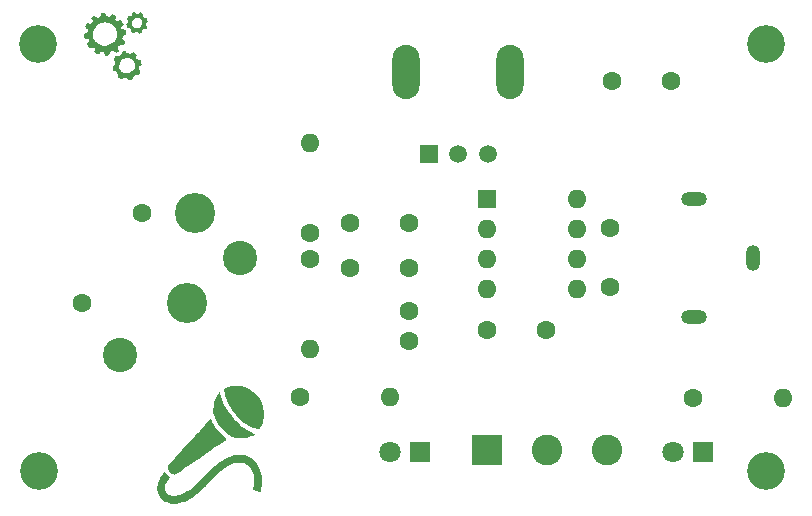
<source format=gts>
%TF.GenerationSoftware,KiCad,Pcbnew,(6.0.7-1)-1*%
%TF.CreationDate,2022-08-15T15:43:10-06:00*%
%TF.ProjectId,mic_preamp,6d69635f-7072-4656-916d-702e6b696361,1*%
%TF.SameCoordinates,Original*%
%TF.FileFunction,Soldermask,Top*%
%TF.FilePolarity,Negative*%
%FSLAX46Y46*%
G04 Gerber Fmt 4.6, Leading zero omitted, Abs format (unit mm)*
G04 Created by KiCad (PCBNEW (6.0.7-1)-1) date 2022-08-15 15:43:10*
%MOMM*%
%LPD*%
G01*
G04 APERTURE LIST*
%ADD10C,3.200000*%
%ADD11C,1.600000*%
%ADD12O,1.600000X1.600000*%
%ADD13O,2.300000X4.600000*%
%ADD14R,1.508000X1.508000*%
%ADD15C,1.508000*%
%ADD16O,2.200000X1.200000*%
%ADD17O,1.200000X2.200000*%
%ADD18C,3.400000*%
%ADD19C,2.900000*%
%ADD20R,2.600000X2.600000*%
%ADD21C,2.600000*%
%ADD22R,1.800000X1.800000*%
%ADD23C,1.800000*%
%ADD24R,1.600000X1.600000*%
G04 APERTURE END LIST*
G36*
X113445690Y-79463333D02*
G01*
X113597589Y-79410974D01*
X113614421Y-79332487D01*
X113628088Y-79260087D01*
X113630314Y-79209418D01*
X113618451Y-79171434D01*
X113589853Y-79137087D01*
X113546702Y-79101091D01*
X113497056Y-79057261D01*
X113454194Y-79010660D01*
X113431634Y-78978389D01*
X113401116Y-78921722D01*
X113462442Y-78784092D01*
X113490042Y-78723740D01*
X113513440Y-78675497D01*
X113529274Y-78646155D01*
X113533497Y-78640559D01*
X113552432Y-78640842D01*
X113595410Y-78646417D01*
X113655096Y-78656239D01*
X113695274Y-78663621D01*
X113761236Y-78674996D01*
X113814738Y-78681983D01*
X113848509Y-78683755D01*
X113856259Y-78681989D01*
X113870158Y-78665553D01*
X113899212Y-78631219D01*
X113937894Y-78585519D01*
X113950244Y-78570931D01*
X114035291Y-78470470D01*
X113978051Y-78322853D01*
X113920812Y-78175236D01*
X113964092Y-78139274D01*
X114001202Y-78110347D01*
X114052020Y-78073052D01*
X114091385Y-78045305D01*
X114175397Y-77987299D01*
X114243433Y-78044004D01*
X114295060Y-78087116D01*
X114347497Y-78131028D01*
X114367486Y-78147813D01*
X114423503Y-78194916D01*
X114695589Y-78091698D01*
X114719596Y-77938490D01*
X114730652Y-77872189D01*
X114740819Y-77818750D01*
X114748649Y-77785421D01*
X114751607Y-77778107D01*
X114770037Y-77773926D01*
X114813023Y-77768562D01*
X114873170Y-77762856D01*
X114912895Y-77759731D01*
X115066181Y-77748529D01*
X115107194Y-77841845D01*
X115132656Y-77902465D01*
X115155380Y-77961100D01*
X115166716Y-77993665D01*
X115178219Y-78024960D01*
X115193547Y-78044130D01*
X115220982Y-78056225D01*
X115268805Y-78066296D01*
X115292518Y-78070384D01*
X115351029Y-78080778D01*
X115399154Y-78090155D01*
X115425290Y-78096181D01*
X115448161Y-78088288D01*
X115485108Y-78054470D01*
X115536985Y-77993910D01*
X115550587Y-77976791D01*
X115650404Y-77849817D01*
X115709165Y-77874322D01*
X115814794Y-77921710D01*
X115892286Y-77964502D01*
X115944822Y-78004718D01*
X115974888Y-78043068D01*
X115989098Y-78072423D01*
X115995850Y-78099707D01*
X115995419Y-78134188D01*
X115988083Y-78185135D01*
X115980397Y-78227921D01*
X115956421Y-78358024D01*
X116104419Y-78482818D01*
X116240269Y-78430077D01*
X116302263Y-78406599D01*
X116353585Y-78388253D01*
X116386489Y-78377760D01*
X116393322Y-78376318D01*
X116409124Y-78388305D01*
X116438053Y-78421308D01*
X116475792Y-78469500D01*
X116518026Y-78527056D01*
X116560440Y-78588151D01*
X116598718Y-78646959D01*
X116619863Y-78682115D01*
X116653615Y-78740852D01*
X116549618Y-78862250D01*
X116445620Y-78983648D01*
X116471820Y-79062527D01*
X116483276Y-79096691D01*
X116494690Y-79120390D01*
X116511892Y-79136640D01*
X116540709Y-79148457D01*
X116586969Y-79158860D01*
X116656502Y-79170865D01*
X116692781Y-79176899D01*
X116751206Y-79187810D01*
X116787018Y-79199593D01*
X116809341Y-79217291D01*
X116827299Y-79245947D01*
X116831132Y-79253361D01*
X116848633Y-79303427D01*
X116863837Y-79377222D01*
X116875040Y-79466472D01*
X116875067Y-79466765D01*
X116889247Y-79621845D01*
X116736900Y-79676296D01*
X116584554Y-79730747D01*
X116573038Y-79801259D01*
X116563860Y-79855979D01*
X116555288Y-79904798D01*
X116553456Y-79914738D01*
X116552535Y-79939709D01*
X116563364Y-79963482D01*
X116590697Y-79992628D01*
X116639289Y-80033715D01*
X116639945Y-80034246D01*
X116690461Y-80079959D01*
X116733326Y-80127322D01*
X116759547Y-80166357D01*
X116760103Y-80167562D01*
X116771399Y-80194827D01*
X116775650Y-80218263D01*
X116771312Y-80245482D01*
X116756839Y-80284096D01*
X116730685Y-80341717D01*
X116720186Y-80364154D01*
X116691068Y-80423889D01*
X116666103Y-80470708D01*
X116648747Y-80498349D01*
X116643433Y-80503124D01*
X116623732Y-80499886D01*
X116580209Y-80491902D01*
X116520453Y-80480579D01*
X116485155Y-80473775D01*
X116338111Y-80445271D01*
X116249081Y-80553493D01*
X116209061Y-80603686D01*
X116178365Y-80645130D01*
X116161718Y-80671316D01*
X116160050Y-80676117D01*
X116165577Y-80696499D01*
X116180394Y-80739145D01*
X116201857Y-80796615D01*
X116214487Y-80829183D01*
X116268925Y-80967847D01*
X116157527Y-81048871D01*
X116104311Y-81086772D01*
X116059395Y-81117300D01*
X116030190Y-81135467D01*
X116025069Y-81137976D01*
X116004589Y-81131612D01*
X115966821Y-81107889D01*
X115918093Y-81071056D01*
X115887718Y-81045720D01*
X115771426Y-80945382D01*
X115633634Y-80994078D01*
X115495841Y-81042775D01*
X115469809Y-81198197D01*
X115458187Y-81264725D01*
X115447932Y-81318256D01*
X115440451Y-81351711D01*
X115437799Y-81359290D01*
X115420295Y-81362821D01*
X115378076Y-81367703D01*
X115318368Y-81373167D01*
X115277020Y-81376414D01*
X115122220Y-81387866D01*
X115091155Y-81326038D01*
X115067503Y-81273238D01*
X115042703Y-81209343D01*
X115032223Y-81179041D01*
X115017886Y-81136342D01*
X115004033Y-81108366D01*
X114983742Y-81090471D01*
X114950093Y-81078016D01*
X114896164Y-81066358D01*
X114851596Y-81057891D01*
X114735518Y-81035839D01*
X114637983Y-81158026D01*
X114595420Y-81210091D01*
X114559977Y-81251111D01*
X114536456Y-81275654D01*
X114529991Y-81280214D01*
X114511718Y-81274078D01*
X114471298Y-81257606D01*
X114415725Y-81233703D01*
X114381523Y-81218569D01*
X114311502Y-81185539D01*
X114264571Y-81158097D01*
X114233611Y-81131241D01*
X114211506Y-81099966D01*
X114210655Y-81098464D01*
X114192925Y-81063578D01*
X114185933Y-81033955D01*
X114188867Y-80997401D01*
X114200369Y-80944041D01*
X114212613Y-80886365D01*
X114220912Y-80836538D01*
X114223190Y-80811841D01*
X114211143Y-80778659D01*
X114180544Y-80738393D01*
X114140256Y-80700484D01*
X114099143Y-80674373D01*
X114091215Y-80671265D01*
X114064294Y-80672433D01*
X114016259Y-80683636D01*
X113955589Y-80702719D01*
X113927300Y-80712971D01*
X113857130Y-80737959D01*
X113810512Y-80750460D01*
X113782031Y-80751612D01*
X113769740Y-80746073D01*
X113745178Y-80719519D01*
X113711738Y-80675254D01*
X113673355Y-80619539D01*
X113633962Y-80558634D01*
X113597495Y-80498799D01*
X113567889Y-80446294D01*
X113549077Y-80407380D01*
X113544943Y-80388401D01*
X113560575Y-80367701D01*
X113591907Y-80329922D01*
X113633277Y-80281826D01*
X113651835Y-80260685D01*
X113746541Y-80153443D01*
X113718068Y-80076627D01*
X113701366Y-80032178D01*
X113689727Y-80002338D01*
X113686694Y-79995405D01*
X113670710Y-79991053D01*
X113630474Y-79983185D01*
X113573363Y-79973200D01*
X113546079Y-79968705D01*
X113481902Y-79957485D01*
X113429402Y-79946769D01*
X113396973Y-79938329D01*
X113391655Y-79936085D01*
X113363370Y-79902854D01*
X113339726Y-79844481D01*
X113323245Y-79767766D01*
X113320235Y-79743713D01*
X113313025Y-79677783D01*
X113305654Y-79613148D01*
X113301903Y-79581696D01*
X113295985Y-79533536D01*
X114070246Y-79533536D01*
X114070707Y-79695803D01*
X114098974Y-79856437D01*
X114156485Y-80011932D01*
X114160534Y-80020283D01*
X114234749Y-80138435D01*
X114335146Y-80249000D01*
X114456101Y-80347989D01*
X114591989Y-80431415D01*
X114737185Y-80495292D01*
X114886066Y-80535632D01*
X114887960Y-80535976D01*
X114966756Y-80543980D01*
X115064015Y-80544816D01*
X115167281Y-80539173D01*
X115264098Y-80527743D01*
X115342010Y-80511216D01*
X115343793Y-80510688D01*
X115513182Y-80444301D01*
X115665190Y-80353089D01*
X115797692Y-80239862D01*
X115908564Y-80107426D01*
X115995684Y-79958589D01*
X116056928Y-79796160D01*
X116090172Y-79622945D01*
X116095793Y-79516446D01*
X116085001Y-79352786D01*
X116050699Y-79207583D01*
X115990944Y-79075641D01*
X115903794Y-78951763D01*
X115870430Y-78913661D01*
X115737185Y-78790976D01*
X115588532Y-78694974D01*
X115427890Y-78626454D01*
X115258679Y-78586211D01*
X115084319Y-78575042D01*
X114908231Y-78593745D01*
X114733833Y-78643116D01*
X114724542Y-78646666D01*
X114570705Y-78722127D01*
X114434589Y-78820513D01*
X114317635Y-78938316D01*
X114221283Y-79072028D01*
X114146974Y-79218141D01*
X114096148Y-79373146D01*
X114070246Y-79533536D01*
X113295985Y-79533536D01*
X113293792Y-79515692D01*
X113445690Y-79463333D01*
G37*
G36*
X115794824Y-82239695D02*
G01*
X115851854Y-82202041D01*
X115890447Y-82171568D01*
X115914778Y-82143107D01*
X115929027Y-82111491D01*
X115937370Y-82071552D01*
X115943984Y-82018123D01*
X115945543Y-82004717D01*
X115950219Y-81950687D01*
X115946118Y-81914461D01*
X115929854Y-81882290D01*
X115908255Y-81853338D01*
X115873105Y-81804905D01*
X115842714Y-81756946D01*
X115835338Y-81743471D01*
X115824815Y-81720750D01*
X115821410Y-81700514D01*
X115827287Y-81676252D01*
X115844611Y-81641455D01*
X115875546Y-81589611D01*
X115899183Y-81551410D01*
X115936190Y-81491978D01*
X115966593Y-81443519D01*
X115986673Y-81411938D01*
X115992726Y-81402875D01*
X116009397Y-81403556D01*
X116049379Y-81410191D01*
X116104819Y-81421433D01*
X116119124Y-81424571D01*
X116240827Y-81451647D01*
X116324478Y-81393356D01*
X116373348Y-81359043D01*
X116414980Y-81329360D01*
X116436311Y-81313750D01*
X116456093Y-81283801D01*
X116471528Y-81225914D01*
X116479071Y-81176344D01*
X116487908Y-81117991D01*
X116497597Y-81072504D01*
X116506179Y-81048918D01*
X116506906Y-81048107D01*
X116528030Y-81039058D01*
X116571781Y-81026220D01*
X116629406Y-81012113D01*
X116640201Y-81009716D01*
X116702894Y-80995810D01*
X116756812Y-80983498D01*
X116791320Y-80975213D01*
X116793605Y-80974618D01*
X116813975Y-80974751D01*
X116835667Y-80989611D01*
X116863639Y-81023893D01*
X116895647Y-81071173D01*
X116935642Y-81126794D01*
X116971690Y-81166439D01*
X116998230Y-81183997D01*
X116998323Y-81184018D01*
X117031890Y-81190617D01*
X117084448Y-81200184D01*
X117133046Y-81208656D01*
X117233767Y-81225855D01*
X117333456Y-81146531D01*
X117433144Y-81067206D01*
X117580055Y-81157705D01*
X117655678Y-81206151D01*
X117706529Y-81245882D01*
X117736069Y-81283264D01*
X117747761Y-81324662D01*
X117745067Y-81376443D01*
X117732867Y-81438683D01*
X117708694Y-81546440D01*
X117768055Y-81632629D01*
X117802737Y-81680174D01*
X117830594Y-81707364D01*
X117861425Y-81721196D01*
X117902019Y-81728291D01*
X117973092Y-81736843D01*
X118024266Y-81744738D01*
X118059954Y-81756766D01*
X118084568Y-81777716D01*
X118102522Y-81812378D01*
X118118227Y-81865541D01*
X118136096Y-81941994D01*
X118148462Y-81995775D01*
X118188465Y-82167166D01*
X118082649Y-82235851D01*
X117976833Y-82304537D01*
X117934661Y-82540241D01*
X117998818Y-82616327D01*
X118041422Y-82669805D01*
X118066128Y-82713089D01*
X118072813Y-82753723D01*
X118061351Y-82799251D01*
X118031619Y-82857216D01*
X117993822Y-82918837D01*
X117903693Y-83061678D01*
X117812117Y-83039790D01*
X117738144Y-83024268D01*
X117683232Y-83020974D01*
X117636010Y-83032218D01*
X117585103Y-83060308D01*
X117534472Y-83096175D01*
X117428428Y-83174479D01*
X117417066Y-83295722D01*
X117410542Y-83357495D01*
X117403321Y-83394573D01*
X117392419Y-83414189D01*
X117374852Y-83423576D01*
X117363060Y-83426599D01*
X117324161Y-83435546D01*
X117268284Y-83448577D01*
X117224385Y-83458899D01*
X117168235Y-83472086D01*
X117121570Y-83482932D01*
X117099434Y-83487978D01*
X117078254Y-83483011D01*
X117051146Y-83457189D01*
X117014720Y-83407006D01*
X117001487Y-83386705D01*
X116932461Y-83279018D01*
X116800740Y-83258854D01*
X116741814Y-83250106D01*
X116698777Y-83246891D01*
X116663718Y-83251836D01*
X116628727Y-83267567D01*
X116585895Y-83296708D01*
X116527310Y-83341885D01*
X116510158Y-83355302D01*
X116490302Y-83369976D01*
X116472454Y-83377343D01*
X116451213Y-83375557D01*
X116421175Y-83362775D01*
X116376938Y-83337152D01*
X116313099Y-83296844D01*
X116283618Y-83277959D01*
X116216381Y-83231240D01*
X116174672Y-83189830D01*
X116154899Y-83145745D01*
X116153469Y-83091003D01*
X116166680Y-83018111D01*
X116190650Y-82913023D01*
X116132375Y-82828411D01*
X116101749Y-82785990D01*
X116074772Y-82758359D01*
X116042966Y-82741296D01*
X115997849Y-82730578D01*
X115930941Y-82721986D01*
X115915098Y-82720248D01*
X115861096Y-82712617D01*
X115829949Y-82701688D01*
X115812517Y-82683064D01*
X115805243Y-82667390D01*
X115795152Y-82636171D01*
X115781258Y-82585769D01*
X115765304Y-82523491D01*
X115749032Y-82456647D01*
X115734186Y-82392544D01*
X115722508Y-82338491D01*
X115715740Y-82301797D01*
X115715381Y-82294063D01*
X116281300Y-82294063D01*
X116303784Y-82425074D01*
X116356451Y-82545693D01*
X116439072Y-82655189D01*
X116447382Y-82663871D01*
X116557105Y-82754684D01*
X116682022Y-82820033D01*
X116816863Y-82858421D01*
X116956359Y-82868350D01*
X117095242Y-82848323D01*
X117095785Y-82848181D01*
X117229401Y-82798572D01*
X117346272Y-82725903D01*
X117444452Y-82633976D01*
X117521993Y-82526588D01*
X117576951Y-82407540D01*
X117607377Y-82280629D01*
X117611327Y-82149654D01*
X117586852Y-82018416D01*
X117559029Y-81944034D01*
X117499261Y-81845508D01*
X117414010Y-81753974D01*
X117309791Y-81675666D01*
X117236526Y-81635549D01*
X117184669Y-81612148D01*
X117141642Y-81597195D01*
X117097358Y-81588819D01*
X117041729Y-81585148D01*
X116964669Y-81584311D01*
X116960302Y-81584310D01*
X116881973Y-81585059D01*
X116825554Y-81588553D01*
X116780959Y-81596663D01*
X116738101Y-81611261D01*
X116686891Y-81634218D01*
X116684079Y-81635549D01*
X116555152Y-81713176D01*
X116448347Y-81812214D01*
X116365852Y-81929791D01*
X116309856Y-82063037D01*
X116289224Y-82153395D01*
X116281300Y-82294063D01*
X115715381Y-82294063D01*
X115715178Y-82289696D01*
X115794824Y-82239695D01*
G37*
G36*
X117024119Y-78579107D02*
G01*
X117029932Y-78534085D01*
X117034560Y-78479998D01*
X117031670Y-78443866D01*
X117017215Y-78412832D01*
X116987150Y-78374042D01*
X116975029Y-78359619D01*
X116909957Y-78282447D01*
X116971141Y-78169123D01*
X117001412Y-78113686D01*
X117024982Y-78079985D01*
X117050375Y-78064318D01*
X117086116Y-78062982D01*
X117140730Y-78072277D01*
X117177205Y-78079638D01*
X117212062Y-78072058D01*
X117263433Y-78038282D01*
X117293242Y-78013455D01*
X117337197Y-77973687D01*
X117362088Y-77944262D01*
X117373328Y-77914893D01*
X117376328Y-77875293D01*
X117376433Y-77855340D01*
X117376433Y-77770000D01*
X117496027Y-77729790D01*
X117615620Y-77689581D01*
X117681575Y-77768357D01*
X117718387Y-77810894D01*
X117746351Y-77834457D01*
X117777123Y-77844650D01*
X117822359Y-77847079D01*
X117845396Y-77847133D01*
X117901928Y-77845547D01*
X117939431Y-77837544D01*
X117970849Y-77818254D01*
X118004598Y-77787240D01*
X118065934Y-77727348D01*
X118185712Y-77789007D01*
X118242627Y-77820498D01*
X118288558Y-77849972D01*
X118315737Y-77872312D01*
X118319100Y-77876909D01*
X118324779Y-77906968D01*
X118324553Y-77955495D01*
X118321284Y-77989542D01*
X118316058Y-78041678D01*
X118320026Y-78075756D01*
X118336608Y-78105205D01*
X118356965Y-78129586D01*
X118389071Y-78161899D01*
X118420110Y-78177811D01*
X118463803Y-78182945D01*
X118487961Y-78183239D01*
X118539299Y-78186075D01*
X118576629Y-78198036D01*
X118604966Y-78224303D01*
X118629325Y-78270054D01*
X118654721Y-78340468D01*
X118661942Y-78362918D01*
X118701144Y-78486363D01*
X118642979Y-78529250D01*
X118591475Y-78570454D01*
X118561831Y-78606206D01*
X118548219Y-78647112D01*
X118544809Y-78703782D01*
X118544801Y-78707918D01*
X118547762Y-78764101D01*
X118560645Y-78804788D01*
X118589453Y-78846255D01*
X118600819Y-78859788D01*
X118632205Y-78899150D01*
X118652532Y-78929815D01*
X118656837Y-78940820D01*
X118649490Y-78961611D01*
X118630144Y-79001765D01*
X118602840Y-79052946D01*
X118600208Y-79057667D01*
X118543580Y-79158928D01*
X118451932Y-79149349D01*
X118398624Y-79145192D01*
X118362681Y-79149496D01*
X118330213Y-79166533D01*
X118288491Y-79199605D01*
X118248020Y-79235547D01*
X118225517Y-79265853D01*
X118214461Y-79303334D01*
X118208695Y-79356345D01*
X118200693Y-79453249D01*
X118080655Y-79490152D01*
X118024234Y-79507493D01*
X117981743Y-79520543D01*
X117960584Y-79527029D01*
X117959494Y-79527359D01*
X117949826Y-79516339D01*
X117926546Y-79488013D01*
X117911479Y-79469375D01*
X117881270Y-79431218D01*
X117859451Y-79402563D01*
X117854601Y-79395671D01*
X117834539Y-79386531D01*
X117792113Y-79377965D01*
X117742566Y-79372385D01*
X117686414Y-79368966D01*
X117650786Y-79371934D01*
X117624320Y-79384881D01*
X117595652Y-79411398D01*
X117585360Y-79422081D01*
X117549235Y-79455568D01*
X117519062Y-79476327D01*
X117508699Y-79479647D01*
X117476947Y-79471345D01*
X117428345Y-79449686D01*
X117372358Y-79419536D01*
X117318451Y-79385765D01*
X117298591Y-79371585D01*
X117268702Y-79347565D01*
X117253703Y-79326014D01*
X117250080Y-79296032D01*
X117254319Y-79246722D01*
X117255358Y-79237493D01*
X117260038Y-79182403D01*
X117256567Y-79146034D01*
X117242010Y-79115529D01*
X117221165Y-79087647D01*
X117192904Y-79055501D01*
X117166299Y-79038738D01*
X117129302Y-79032400D01*
X117084710Y-79031506D01*
X117036175Y-79029770D01*
X117001259Y-79021148D01*
X116975128Y-79000524D01*
X116952949Y-78962777D01*
X116929887Y-78902790D01*
X116911796Y-78848409D01*
X116875644Y-78737335D01*
X116937979Y-78684596D01*
X116975313Y-78654448D01*
X117002359Y-78635245D01*
X117010039Y-78631618D01*
X117011441Y-78628512D01*
X117342534Y-78628512D01*
X117347086Y-78704721D01*
X117358840Y-78771968D01*
X117368475Y-78802112D01*
X117420950Y-78888960D01*
X117497359Y-78962783D01*
X117590306Y-79017123D01*
X117632410Y-79032557D01*
X117698421Y-79043695D01*
X117779964Y-79045013D01*
X117862277Y-79037029D01*
X117924868Y-79022301D01*
X118012246Y-78977914D01*
X118094006Y-78909531D01*
X118161618Y-78825033D01*
X118187084Y-78779962D01*
X118221471Y-78678768D01*
X118231429Y-78572029D01*
X118217999Y-78467145D01*
X118182220Y-78371517D01*
X118125130Y-78292542D01*
X118117619Y-78285214D01*
X118026164Y-78220037D01*
X117921800Y-78180654D01*
X117810630Y-78167106D01*
X117698756Y-78179432D01*
X117592282Y-78217675D01*
X117498258Y-78281040D01*
X117417587Y-78371320D01*
X117366129Y-78474630D01*
X117343659Y-78591472D01*
X117342534Y-78628512D01*
X117011441Y-78628512D01*
X117016650Y-78616976D01*
X117024119Y-78579107D01*
G37*
G36*
X124041647Y-112109574D02*
G01*
X124051541Y-112129944D01*
X124054736Y-112138451D01*
X124068017Y-112171654D01*
X124089031Y-112218858D01*
X124115823Y-112276097D01*
X124146442Y-112339406D01*
X124178935Y-112404819D01*
X124211351Y-112468369D01*
X124241736Y-112526093D01*
X124268138Y-112574024D01*
X124275246Y-112586338D01*
X124403924Y-112791014D01*
X124545718Y-112989071D01*
X124697796Y-113176986D01*
X124857327Y-113351235D01*
X125002002Y-113490808D01*
X125056997Y-113539297D01*
X125118528Y-113591337D01*
X125182996Y-113644077D01*
X125246801Y-113694662D01*
X125306342Y-113740240D01*
X125358021Y-113777960D01*
X125398237Y-113804967D01*
X125399243Y-113805591D01*
X125420502Y-113821005D01*
X125430996Y-113833173D01*
X125431200Y-113835574D01*
X125422640Y-113842008D01*
X125397957Y-113859519D01*
X125357848Y-113887625D01*
X125303013Y-113925843D01*
X125234148Y-113973693D01*
X125151952Y-114030691D01*
X125057123Y-114096355D01*
X124950359Y-114170204D01*
X124832358Y-114251756D01*
X124703817Y-114340527D01*
X124565435Y-114436037D01*
X124417910Y-114537803D01*
X124261940Y-114645344D01*
X124098222Y-114758176D01*
X123927456Y-114875818D01*
X123750338Y-114997789D01*
X123567566Y-115123605D01*
X123379840Y-115252784D01*
X123231281Y-115354978D01*
X122999304Y-115514512D01*
X122783558Y-115662832D01*
X122583478Y-115800322D01*
X122398498Y-115927365D01*
X122228053Y-116044343D01*
X122071579Y-116151640D01*
X121928510Y-116249638D01*
X121798281Y-116338719D01*
X121680327Y-116419268D01*
X121574083Y-116491665D01*
X121478983Y-116556295D01*
X121394463Y-116613539D01*
X121319958Y-116663782D01*
X121254902Y-116707404D01*
X121198730Y-116744790D01*
X121150877Y-116776322D01*
X121110778Y-116802383D01*
X121077869Y-116823356D01*
X121051583Y-116839622D01*
X121031355Y-116851566D01*
X121016621Y-116859570D01*
X121006816Y-116864017D01*
X121001510Y-116865294D01*
X120974048Y-116862061D01*
X120936295Y-116854414D01*
X120904244Y-116846160D01*
X120788216Y-116804037D01*
X120687599Y-116748570D01*
X120602629Y-116680059D01*
X120533540Y-116598806D01*
X120480566Y-116505113D01*
X120443943Y-116399282D01*
X120423905Y-116281614D01*
X120420350Y-116224496D01*
X120417567Y-116135490D01*
X122222528Y-114120462D01*
X122378418Y-113946447D01*
X122530771Y-113776417D01*
X122679022Y-113611000D01*
X122822610Y-113450822D01*
X122960973Y-113296510D01*
X123093546Y-113148689D01*
X123219769Y-113007986D01*
X123339079Y-112875028D01*
X123450913Y-112750441D01*
X123554709Y-112634851D01*
X123649904Y-112528884D01*
X123735936Y-112433168D01*
X123812242Y-112348328D01*
X123878261Y-112274991D01*
X123933428Y-112213783D01*
X123977183Y-112165331D01*
X124008962Y-112130261D01*
X124028204Y-112109199D01*
X124034345Y-112102734D01*
X124041647Y-112109574D01*
G37*
G36*
X126259018Y-109325737D02*
G01*
X126349749Y-109328680D01*
X126433117Y-109333621D01*
X126503594Y-109340504D01*
X126506406Y-109340863D01*
X126715171Y-109377928D01*
X126917970Y-109433980D01*
X127113764Y-109508196D01*
X127301512Y-109599757D01*
X127480177Y-109707841D01*
X127648718Y-109831628D01*
X127806098Y-109970297D01*
X127951275Y-110123029D01*
X128083212Y-110289001D01*
X128200869Y-110467394D01*
X128303207Y-110657387D01*
X128372152Y-110814174D01*
X128442506Y-111017796D01*
X128494060Y-111226964D01*
X128526925Y-111439963D01*
X128541214Y-111655076D01*
X128537037Y-111870589D01*
X128514507Y-112084786D01*
X128473735Y-112295952D01*
X128414832Y-112502373D01*
X128337910Y-112702332D01*
X128243080Y-112894115D01*
X128236119Y-112906577D01*
X128181593Y-113003466D01*
X128100906Y-113005284D01*
X128049210Y-113004327D01*
X127993385Y-113000043D01*
X127948785Y-112993890D01*
X127776880Y-112952710D01*
X127601046Y-112892299D01*
X127422267Y-112813237D01*
X127241528Y-112716101D01*
X127059815Y-112601469D01*
X126878113Y-112469922D01*
X126697408Y-112322036D01*
X126518684Y-112158391D01*
X126507585Y-112147636D01*
X126331127Y-111967521D01*
X126163926Y-111779708D01*
X126006762Y-111585629D01*
X125860415Y-111386716D01*
X125725667Y-111184400D01*
X125603297Y-110980113D01*
X125494087Y-110775288D01*
X125398817Y-110571355D01*
X125318267Y-110369747D01*
X125253218Y-110171894D01*
X125204450Y-109979230D01*
X125172745Y-109793185D01*
X125161830Y-109679209D01*
X125154855Y-109571324D01*
X125209179Y-109543796D01*
X125320896Y-109493271D01*
X125447590Y-109446556D01*
X125583957Y-109405182D01*
X125724692Y-109370677D01*
X125864490Y-109344571D01*
X125933049Y-109335065D01*
X125997940Y-109329456D01*
X126077585Y-109326069D01*
X126166454Y-109324848D01*
X126259018Y-109325737D01*
G37*
G36*
X124776635Y-109892122D02*
G01*
X124784632Y-109911173D01*
X124794877Y-109945160D01*
X124805623Y-109985389D01*
X124876604Y-110223994D01*
X124965980Y-110466562D01*
X125072572Y-110711279D01*
X125195201Y-110956331D01*
X125332688Y-111199903D01*
X125483853Y-111440182D01*
X125647517Y-111675353D01*
X125822500Y-111903602D01*
X126007623Y-112123115D01*
X126201706Y-112332077D01*
X126403571Y-112528675D01*
X126535640Y-112646599D01*
X126712256Y-112792093D01*
X126892056Y-112927223D01*
X127072849Y-113050622D01*
X127252445Y-113160924D01*
X127428655Y-113256760D01*
X127599288Y-113336763D01*
X127714970Y-113382881D01*
X127757559Y-113398991D01*
X127792008Y-113412908D01*
X127814440Y-113423007D01*
X127821164Y-113427400D01*
X127812567Y-113435764D01*
X127788707Y-113451461D01*
X127752611Y-113472770D01*
X127707308Y-113497969D01*
X127655825Y-113525338D01*
X127601190Y-113553155D01*
X127591585Y-113557914D01*
X127423649Y-113631429D01*
X127244730Y-113692547D01*
X127061394Y-113739288D01*
X126894192Y-113767930D01*
X126844661Y-113772812D01*
X126781149Y-113776852D01*
X126708342Y-113779968D01*
X126630929Y-113782074D01*
X126553595Y-113783089D01*
X126481029Y-113782927D01*
X126417917Y-113781505D01*
X126368947Y-113778740D01*
X126356820Y-113777533D01*
X126224867Y-113759563D01*
X126109976Y-113737924D01*
X126008999Y-113711807D01*
X125918791Y-113680400D01*
X125838255Y-113643941D01*
X125703301Y-113569382D01*
X125571638Y-113484192D01*
X125440714Y-113386432D01*
X125307975Y-113274159D01*
X125170871Y-113145432D01*
X125131835Y-113106662D01*
X125035071Y-113007224D01*
X124950590Y-112915035D01*
X124874317Y-112825137D01*
X124802179Y-112732575D01*
X124730099Y-112632392D01*
X124673678Y-112549347D01*
X124576661Y-112397425D01*
X124492877Y-112252026D01*
X124419303Y-112107332D01*
X124352915Y-111957524D01*
X124310519Y-111850252D01*
X124288084Y-111782281D01*
X124271213Y-111710178D01*
X124259561Y-111630771D01*
X124252786Y-111540886D01*
X124250543Y-111437349D01*
X124252489Y-111316988D01*
X124252548Y-111315042D01*
X124265611Y-111112980D01*
X124292719Y-110922191D01*
X124334963Y-110738239D01*
X124393430Y-110556689D01*
X124469209Y-110373105D01*
X124499577Y-110308471D01*
X124522935Y-110262954D01*
X124552454Y-110209622D01*
X124586123Y-110151692D01*
X124621933Y-110092379D01*
X124657872Y-110034900D01*
X124691932Y-109982470D01*
X124722101Y-109938305D01*
X124746369Y-109905622D01*
X124762517Y-109887809D01*
X124769669Y-109885253D01*
X124776635Y-109892122D01*
G37*
G36*
X126598470Y-115178659D02*
G01*
X126783447Y-115197473D01*
X126962155Y-115234432D01*
X127134067Y-115289539D01*
X127298654Y-115362801D01*
X127455389Y-115454222D01*
X127603744Y-115563807D01*
X127705934Y-115654782D01*
X127837989Y-115795636D01*
X127955816Y-115951047D01*
X128059427Y-116121038D01*
X128148831Y-116305632D01*
X128224041Y-116504851D01*
X128285067Y-116718718D01*
X128331919Y-116947258D01*
X128338618Y-116988480D01*
X128346504Y-117054844D01*
X128352377Y-117137446D01*
X128356263Y-117232215D01*
X128358188Y-117335081D01*
X128358177Y-117441974D01*
X128356255Y-117548824D01*
X128352450Y-117651560D01*
X128346786Y-117746112D01*
X128339289Y-117828410D01*
X128333002Y-117876306D01*
X128323911Y-117931132D01*
X128312534Y-117993705D01*
X128299686Y-118060126D01*
X128286184Y-118126496D01*
X128272842Y-118188915D01*
X128260476Y-118243485D01*
X128249901Y-118286307D01*
X128241934Y-118313481D01*
X128241061Y-118315848D01*
X128237331Y-118320079D01*
X128228902Y-118321890D01*
X128213770Y-118320833D01*
X128189930Y-118316456D01*
X128155379Y-118308311D01*
X128108112Y-118295948D01*
X128046125Y-118278917D01*
X127967414Y-118256768D01*
X127928375Y-118245686D01*
X127852883Y-118224167D01*
X127783927Y-118204409D01*
X127723897Y-118187105D01*
X127675186Y-118172948D01*
X127640183Y-118162632D01*
X127621281Y-118156850D01*
X127618630Y-118155890D01*
X127619430Y-118145504D01*
X127624313Y-118119356D01*
X127632461Y-118081496D01*
X127642109Y-118039904D01*
X127683469Y-117833243D01*
X127708693Y-117628244D01*
X127717975Y-117426444D01*
X127711508Y-117229379D01*
X127689485Y-117038586D01*
X127652099Y-116855599D01*
X127599543Y-116681956D01*
X127532010Y-116519191D01*
X127449693Y-116368842D01*
X127427861Y-116334931D01*
X127384574Y-116276777D01*
X127329420Y-116213186D01*
X127267249Y-116148991D01*
X127202911Y-116089029D01*
X127141257Y-116038134D01*
X127102612Y-116010697D01*
X126976023Y-115940604D01*
X126840593Y-115888674D01*
X126696887Y-115854958D01*
X126545473Y-115839505D01*
X126386915Y-115842367D01*
X126221780Y-115863594D01*
X126050635Y-115903236D01*
X126014956Y-115913613D01*
X125829757Y-115977134D01*
X125643417Y-116056829D01*
X125455082Y-116153214D01*
X125263897Y-116266802D01*
X125069009Y-116398108D01*
X124869563Y-116547647D01*
X124664706Y-116715932D01*
X124621987Y-116752774D01*
X124556441Y-116811562D01*
X124480011Y-116883204D01*
X124395206Y-116965155D01*
X124304537Y-117054870D01*
X124210515Y-117149805D01*
X124115650Y-117247415D01*
X124022453Y-117345156D01*
X123933435Y-117440482D01*
X123851106Y-117530849D01*
X123820593Y-117565057D01*
X123721604Y-117674945D01*
X123617906Y-117786651D01*
X123512256Y-117897376D01*
X123407412Y-118004319D01*
X123306133Y-118104679D01*
X123211178Y-118195655D01*
X123125304Y-118274448D01*
X123098986Y-118297685D01*
X122870792Y-118488512D01*
X122646167Y-118659471D01*
X122424792Y-118810732D01*
X122206346Y-118942462D01*
X121990509Y-119054829D01*
X121776961Y-119148004D01*
X121565381Y-119222153D01*
X121355449Y-119277445D01*
X121172730Y-119310508D01*
X121113986Y-119316706D01*
X121041889Y-119320975D01*
X120961569Y-119323321D01*
X120878156Y-119323752D01*
X120796779Y-119322273D01*
X120722569Y-119318892D01*
X120660654Y-119313615D01*
X120633064Y-119309800D01*
X120465124Y-119272224D01*
X120307978Y-119218129D01*
X120162411Y-119148267D01*
X120029210Y-119063393D01*
X119909159Y-118964260D01*
X119803045Y-118851620D01*
X119711651Y-118726228D01*
X119635765Y-118588837D01*
X119576172Y-118440200D01*
X119533656Y-118281071D01*
X119527513Y-118249381D01*
X119519551Y-118190117D01*
X119514069Y-118117000D01*
X119511117Y-118035975D01*
X119510747Y-117952987D01*
X119513011Y-117873979D01*
X119517959Y-117804897D01*
X119523313Y-117764052D01*
X119566634Y-117570063D01*
X119629691Y-117380589D01*
X119712138Y-117196488D01*
X119813632Y-117018617D01*
X119836511Y-116983377D01*
X119872153Y-116931597D01*
X119913015Y-116875449D01*
X119956055Y-116818814D01*
X119998232Y-116765574D01*
X120036505Y-116719611D01*
X120067834Y-116684807D01*
X120079492Y-116673223D01*
X120105631Y-116648805D01*
X120215677Y-116751594D01*
X120298405Y-116829700D01*
X120371403Y-116900319D01*
X120433813Y-116962545D01*
X120484775Y-117015472D01*
X120523428Y-117058194D01*
X120548913Y-117089804D01*
X120560370Y-117109397D01*
X120560342Y-117114776D01*
X120549445Y-117128516D01*
X120528962Y-117153350D01*
X120502561Y-117184851D01*
X120490678Y-117198900D01*
X120397670Y-117319722D01*
X120317048Y-117447361D01*
X120250528Y-117578431D01*
X120199829Y-117709547D01*
X120166668Y-117837321D01*
X120166563Y-117837873D01*
X120158338Y-117901647D01*
X120155030Y-117974937D01*
X120156537Y-118049953D01*
X120162760Y-118118906D01*
X120170778Y-118163284D01*
X120206214Y-118270624D01*
X120257275Y-118365772D01*
X120322986Y-118448418D01*
X120402376Y-118518249D01*
X120494472Y-118574955D01*
X120598301Y-118618223D01*
X120712891Y-118647742D01*
X120837268Y-118663201D01*
X120970461Y-118664287D01*
X121111496Y-118650689D01*
X121259401Y-118622095D01*
X121413203Y-118578194D01*
X121438787Y-118569559D01*
X121586760Y-118513854D01*
X121729815Y-118449978D01*
X121872709Y-118375537D01*
X122020197Y-118288138D01*
X122101376Y-118236059D01*
X122260672Y-118126598D01*
X122417744Y-118008669D01*
X122574275Y-117880751D01*
X122731950Y-117741327D01*
X122892453Y-117588876D01*
X123057466Y-117421879D01*
X123228673Y-117238816D01*
X123325540Y-117131348D01*
X123545147Y-116890532D01*
X123758690Y-116668146D01*
X123967033Y-116463421D01*
X124171038Y-116275589D01*
X124371570Y-116103883D01*
X124569492Y-115947533D01*
X124765667Y-115805771D01*
X124956284Y-115680740D01*
X125172419Y-115554580D01*
X125386505Y-115446524D01*
X125598016Y-115356578D01*
X125806424Y-115284745D01*
X126011201Y-115231032D01*
X126211819Y-115195444D01*
X126407751Y-115177984D01*
X126598470Y-115178659D01*
G37*
D10*
X109425000Y-80425000D03*
D11*
X131625000Y-110250000D03*
D12*
X139245000Y-110250000D03*
D13*
X140600000Y-82750000D03*
X149400000Y-82750000D03*
D14*
X142500000Y-89750000D03*
D15*
X145000000Y-89750000D03*
X147500000Y-89750000D03*
D16*
X164950000Y-103500000D03*
D17*
X169950000Y-98500000D03*
D16*
X164950000Y-93500000D03*
D11*
X118240000Y-94690000D03*
X113160000Y-102310000D03*
D18*
X122050000Y-102310000D03*
X122685000Y-94690000D03*
D19*
X126500000Y-98500000D03*
X116330000Y-106750000D03*
D10*
X171025000Y-80425000D03*
D11*
X158000000Y-83500000D03*
X163000000Y-83500000D03*
D20*
X147400000Y-114805000D03*
D21*
X152480000Y-114805000D03*
X157560000Y-114805000D03*
D11*
X135800000Y-95600000D03*
X140800000Y-95600000D03*
X132416000Y-98590000D03*
D12*
X132416000Y-106210000D03*
D11*
X147400000Y-104600000D03*
X152400000Y-104600000D03*
X164875000Y-110375000D03*
D12*
X172495000Y-110375000D03*
D22*
X165750000Y-114950000D03*
D23*
X163210000Y-114950000D03*
D11*
X132416000Y-96410000D03*
D12*
X132416000Y-88790000D03*
D11*
X140800000Y-99400000D03*
X135800000Y-99400000D03*
D22*
X141775000Y-114950000D03*
D23*
X139235000Y-114950000D03*
D10*
X109450000Y-116550000D03*
D11*
X157800000Y-96000000D03*
X157800000Y-101000000D03*
D10*
X171025000Y-116575000D03*
D11*
X140800000Y-105550000D03*
X140800000Y-103050000D03*
D24*
X147400000Y-93520000D03*
D12*
X147400000Y-96060000D03*
X147400000Y-98600000D03*
X147400000Y-101140000D03*
X155020000Y-101140000D03*
X155020000Y-98600000D03*
X155020000Y-96060000D03*
X155020000Y-93520000D03*
M02*

</source>
